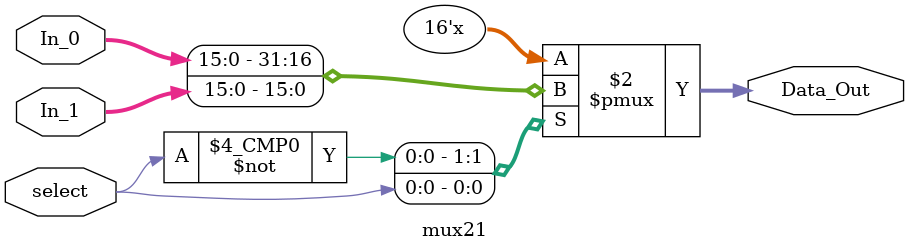
<source format=sv>
module mux21(input logic [15:0] In_0, In_1, 
				  input logic select,
				  output logic [15:0] Data_Out);

	always_comb
	begin
		case(select)
			1'b0: Data_Out = In_0;
			1'b1: Data_Out = In_1;
		endcase
	
	end
endmodule
</source>
